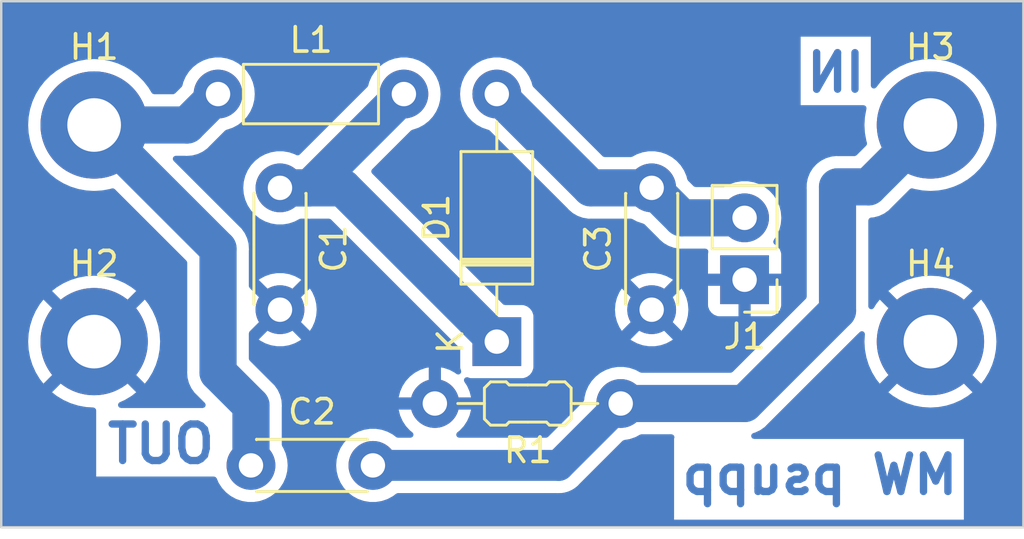
<source format=kicad_pcb>
(kicad_pcb (version 20221018) (generator pcbnew)
  (layers (0 "F.Cu" signal) (31 "B.Cu" signal) (34 "B.Paste" user) (35 "F.Paste" user) (36 "B.SilkS" user "B.Silkscreen") (37 "F.SilkS" user "F.Silkscreen") (38 "B.Mask" user) (39 "F.Mask" user) (44 "Edge.Cuts" user))
  (net 0 "")
  (net 1 "Net-(D1-K)")
  (net 2 "GND")
  (net 3 "Net-(C2-Pad1)")
  (net 4 "Net-(C2-Pad2)")
  (net 5 "Net-(D1-A)")
  (footprint "MountingHole:MountingHole_2.2mm_M2_Pad" (layer "F.Cu") (at 179.07 104.14)
    (fp_text reference "H4" (at 0 -3.2) (layer "F.SilkS"))
    (fp_text value "MountingHole_Pad" hide)
    (pad "1" thru_hole circle (at 0 0) (size 4.4 4.4) (drill 2.2) (layers "*.Cu" "*.Mask") (net 2 "GND"))
  )
  (footprint "Connector_PinHeader_2.54mm:PinHeader_1x02_P2.54mm_Vertical" (layer "F.Cu") (at 171.45 101.6 180)
    (fp_text reference "J1" (at 0 -2.33) (layer "F.SilkS"))
    (fp_text value "ALIM")
    (fp_line (start -1.33 -1.33) (end 0 -1.33) (stroke (width 0.12)) (layer "F.SilkS"))
    (fp_line (start -1.33 0) (end -1.33 -1.33) (stroke (width 0.12)) (layer "F.SilkS"))
    (fp_line (start -1.33 1.27) (end -1.33 3.87) (stroke (width 0.12)) (layer "F.SilkS"))
    (fp_line (start -1.33 1.27) (end 1.33 1.27) (stroke (width 0.12)) (layer "F.SilkS"))
    (fp_line (start -1.33 3.87) (end 1.33 3.87) (stroke (width 0.12)) (layer "F.SilkS"))
    (fp_line (start 1.33 1.27) (end 1.33 3.87) (stroke (width 0.12)) (layer "F.SilkS"))
    (pad "1" thru_hole rect (at 0 0 180) (size 2 2) (drill 1) (layers "*.Cu" "*.Mask") (net 2 "GND"))
    (pad "2" thru_hole oval (at 0 2.54 180) (size 2 2) (drill 1) (layers "*.Cu" "*.Mask") (net 5 "Net-(D1-A)"))
  )
  (footprint "PCM_Resistor_THT_AKL:R_Axial_DIN0204_L3.6mm_D1.6mm_P7.62mm_Horizontal" (layer "F.Cu") (at 166.37 106.68 180)
    (fp_text reference "R1" (at 3.81 -1.92) (layer "F.SilkS"))
    (fp_text value "2.2k" hide)
    (fp_line (start 0.94 0) (end 1.89 0) (stroke (width 0.12)) (layer "F.SilkS"))
    (fp_line (start 1.89 0) (end 2.032 0) (stroke (width 0.12)) (layer "F.SilkS"))
    (fp_line (start 2.032 -0.635) (end 2.286 -0.889) (stroke (width 0.12)) (layer "F.SilkS"))
    (fp_line (start 2.032 0.635) (end 2.032 -0.635) (stroke (width 0.12)) (layer "F.SilkS"))
    (fp_line (start 2.032 0.635) (end 2.286 0.889) (stroke (width 0.12)) (layer "F.SilkS"))
    (fp_line (start 2.286 -0.889) (end 2.921 -0.889) (stroke (width 0.12)) (layer "F.SilkS"))
    (fp_line (start 2.286 0.889) (end 2.921 0.889) (stroke (width 0.12)) (layer "F.SilkS"))
    (fp_line (start 2.921 -0.889) (end 3.048 -0.762) (stroke (width 0.12)) (layer "F.SilkS"))
    (fp_line (start 2.921 0.889) (end 3.048 0.762) (stroke (width 0.12)) (layer "F.SilkS"))
    (fp_line (start 3.048 -0.762) (end 3.81 -0.762) (stroke (width 0.12)) (layer "F.SilkS"))
    (fp_line (start 3.048 0.762) (end 3.81 0.762) (stroke (width 0.12)) (layer "F.SilkS"))
    (fp_line (start 4.572 -0.762) (end 3.81 -0.762) (stroke (width 0.12)) (layer "F.SilkS"))
    (fp_line (start 4.572 0.762) (end 3.81 0.762) (stroke (width 0.12)) (layer "F.SilkS"))
    (fp_line (start 4.699 -0.889) (end 4.572 -0.762) (stroke (width 0.12)) (layer "F.SilkS"))
    (fp_line (start 4.699 0.889) (end 4.572 0.762) (stroke (width 0.12)) (layer "F.SilkS"))
    (fp_line (start 5.334 -0.889) (end 4.699 -0.889) (stroke (width 0.12)) (layer "F.SilkS"))
    (fp_line (start 5.334 0.889) (end 4.699 0.889) (stroke (width 0.12)) (layer "F.SilkS"))
    (fp_line (start 5.588 -0.635) (end 5.334 -0.889) (stroke (width 0.12)) (layer "F.SilkS"))
    (fp_line (start 5.588 -0.635) (end 5.588 0.635) (stroke (width 0.12)) (layer "F.SilkS"))
    (fp_line (start 5.588 0.635) (end 5.334 0.889) (stroke (width 0.12)) (layer "F.SilkS"))
    (fp_line (start 5.715 0) (end 5.588 0) (stroke (width 0.12)) (layer "F.SilkS"))
    (fp_line (start 6.68 0) (end 5.73 0) (stroke (width 0.12)) (layer "F.SilkS"))
    (pad "1" thru_hole circle (at 0 0 180) (size 2 2) (drill 1) (layers "*.Cu" "*.Mask") (net 4 "Net-(C2-Pad2)"))
    (pad "2" thru_hole oval (at 7.62 0 180) (size 2 2) (drill 1) (layers "*.Cu" "*.Mask") (net 2 "GND"))
  )
  (footprint "Capacitor_THT:C_Disc_D4.3mm_W1.9mm_P5.00mm" (layer "F.Cu") (at 151.21 109.22)
    (fp_text reference "C2" (at 2.5 -2.2) (layer "F.SilkS"))
    (fp_text value "470n")
    (fp_line (start 0.23 -1.07) (end 0.23 -1.055) (stroke (width 0.12)) (layer "F.SilkS"))
    (fp_line (start 0.23 -1.07) (end 4.77 -1.07) (stroke (width 0.12)) (layer "F.SilkS"))
    (fp_line (start 0.23 1.055) (end 0.23 1.07) (stroke (width 0.12)) (layer "F.SilkS"))
    (fp_line (start 0.23 1.07) (end 4.77 1.07) (stroke (width 0.12)) (layer "F.SilkS"))
    (fp_line (start 4.77 -1.07) (end 4.77 -1.055) (stroke (width 0.12)) (layer "F.SilkS"))
    (fp_line (start 4.77 1.055) (end 4.77 1.07) (stroke (width 0.12)) (layer "F.SilkS"))
    (pad "1" thru_hole circle (at 0 0) (size 2 2) (drill 1) (layers "*.Cu" "*.Mask") (net 3 "Net-(C2-Pad1)"))
    (pad "2" thru_hole circle (at 5 0) (size 2 2) (drill 1) (layers "*.Cu" "*.Mask") (net 4 "Net-(C2-Pad2)"))
  )
  (footprint "Inductor_THT:L_Axial_L5.3mm_D2.2mm_P7.62mm_Horizontal_Vishay_IM-1" (layer "F.Cu") (at 149.86 93.98)
    (fp_text reference "L1" (at 3.81 -2.22) (layer "F.SilkS"))
    (fp_text value "470uH")
    (fp_line (start 1.04 -1.22) (end 1.04 1.22) (stroke (width 0.12)) (layer "F.SilkS"))
    (fp_line (start 1.04 1.22) (end 6.58 1.22) (stroke (width 0.12)) (layer "F.SilkS"))
    (fp_line (start 6.58 -1.22) (end 1.04 -1.22) (stroke (width 0.12)) (layer "F.SilkS"))
    (fp_line (start 6.58 1.22) (end 6.58 -1.22) (stroke (width 0.12)) (layer "F.SilkS"))
    (pad "1" thru_hole circle (at 0 0) (size 2 2) (drill 1) (layers "*.Cu" "*.Mask") (net 3 "Net-(C2-Pad1)"))
    (pad "2" thru_hole oval (at 7.62 0) (size 2 2) (drill 1) (layers "*.Cu" "*.Mask") (net 1 "Net-(D1-K)"))
  )
  (footprint "MountingHole:MountingHole_2.2mm_M2_Pad" (layer "F.Cu") (at 179.07 95.25)
    (fp_text reference "H3" (at 0 -3.2) (layer "F.SilkS"))
    (fp_text value "RF OUT")
    (pad "1" thru_hole circle (at 0 0) (size 4.4 4.4) (drill 2.2) (layers "*.Cu" "*.Mask") (net 4 "Net-(C2-Pad2)"))
  )
  (footprint "Capacitor_THT:C_Disc_D4.3mm_W1.9mm_P5.00mm" (layer "F.Cu") (at 152.4 97.83 -90)
    (fp_text reference "C1" (at 2.5 -2.2 90) (layer "F.SilkS"))
    (fp_text value "470n")
    (fp_line (start 0.23 -1.07) (end 0.23 -1.055) (stroke (width 0.12)) (layer "F.SilkS"))
    (fp_line (start 0.23 -1.07) (end 4.77 -1.07) (stroke (width 0.12)) (layer "F.SilkS"))
    (fp_line (start 0.23 1.055) (end 0.23 1.07) (stroke (width 0.12)) (layer "F.SilkS"))
    (fp_line (start 0.23 1.07) (end 4.77 1.07) (stroke (width 0.12)) (layer "F.SilkS"))
    (fp_line (start 4.77 -1.07) (end 4.77 -1.055) (stroke (width 0.12)) (layer "F.SilkS"))
    (fp_line (start 4.77 1.055) (end 4.77 1.07) (stroke (width 0.12)) (layer "F.SilkS"))
    (pad "1" thru_hole circle (at 0 0 270) (size 2 2) (drill 1) (layers "*.Cu" "*.Mask") (net 1 "Net-(D1-K)"))
    (pad "2" thru_hole circle (at 5 0 270) (size 2 2) (drill 1) (layers "*.Cu" "*.Mask") (net 2 "GND"))
  )
  (footprint "Diode_THT:D_A-405_P10.16mm_Horizontal" (layer "F.Cu") (at 161.29 104.14 90)
    (fp_text reference "D1" (at 5.08 -2.47 90) (layer "F.SilkS"))
    (fp_text value "1N4007")
    (fp_text user "K" (at 0 -1.9 90) (layer "F.SilkS"))
    (fp_line (start 1.14 0) (end 2.36 0) (stroke (width 0.12)) (layer "F.SilkS"))
    (fp_line (start 2.36 -1.47) (end 2.36 1.47) (stroke (width 0.12)) (layer "F.SilkS"))
    (fp_line (start 2.36 1.47) (end 7.8 1.47) (stroke (width 0.12)) (layer "F.SilkS"))
    (fp_line (start 3.14 -1.47) (end 3.14 1.47) (stroke (width 0.12)) (layer "F.SilkS"))
    (fp_line (start 3.26 -1.47) (end 3.26 1.47) (stroke (width 0.12)) (layer "F.SilkS"))
    (fp_line (start 3.38 -1.47) (end 3.38 1.47) (stroke (width 0.12)) (layer "F.SilkS"))
    (fp_line (start 7.8 -1.47) (end 2.36 -1.47) (stroke (width 0.12)) (layer "F.SilkS"))
    (fp_line (start 7.8 1.47) (end 7.8 -1.47) (stroke (width 0.12)) (layer "F.SilkS"))
    (fp_line (start 9.02 0) (end 7.8 0) (stroke (width 0.12)) (layer "F.SilkS"))
    (pad "1" thru_hole rect (at 0 0 90) (size 2 2) (drill 1) (layers "*.Cu" "*.Mask") (net 1 "Net-(D1-K)"))
    (pad "2" thru_hole oval (at 10.16 0 90) (size 2 2) (drill 1) (layers "*.Cu" "*.Mask") (net 5 "Net-(D1-A)"))
  )
  (footprint "MountingHole:MountingHole_2.2mm_M2_Pad" (layer "F.Cu") (at 144.78 104.14)
    (fp_text reference "H2" (at 0 -3.2) (layer "F.SilkS"))
    (fp_text value "MountingHole_Pad" hide)
    (pad "1" thru_hole circle (at 0 0) (size 4.4 4.4) (drill 2.2) (layers "*.Cu" "*.Mask") (net 2 "GND"))
  )
  (footprint "MountingHole:MountingHole_2.2mm_M2_Pad" (layer "F.Cu") (at 144.78 95.25)
    (fp_text reference "H1" (at 0 -3.2) (layer "F.SilkS"))
    (fp_text value "RF IN")
    (pad "1" thru_hole circle (at 0 0) (size 4.4 4.4) (drill 2.2) (layers "*.Cu" "*.Mask") (net 3 "Net-(C2-Pad1)"))
  )
  (footprint "Capacitor_THT:C_Disc_D4.3mm_W1.9mm_P5.00mm" (layer "F.Cu") (at 167.64 102.83 90)
    (fp_text reference "C3" (at 2.5 -2.2 90) (layer "F.SilkS"))
    (fp_text value "470n")
    (fp_line (start 0.23 -1.07) (end 0.23 -1.055) (stroke (width 0.12)) (layer "F.SilkS"))
    (fp_line (start 0.23 -1.07) (end 4.77 -1.07) (stroke (width 0.12)) (layer "F.SilkS"))
    (fp_line (start 0.23 1.055) (end 0.23 1.07) (stroke (width 0.12)) (layer "F.SilkS"))
    (fp_line (start 0.23 1.07) (end 4.77 1.07) (stroke (width 0.12)) (layer "F.SilkS"))
    (fp_line (start 4.77 -1.07) (end 4.77 -1.055) (stroke (width 0.12)) (layer "F.SilkS"))
    (fp_line (start 4.77 1.055) (end 4.77 1.07) (stroke (width 0.12)) (layer "F.SilkS"))
    (pad "1" thru_hole circle (at 0 0 90) (size 2 2) (drill 1) (layers "*.Cu" "*.Mask") (net 2 "GND"))
    (pad "2" thru_hole circle (at 5 0 90) (size 2 2) (drill 1) (layers "*.Cu" "*.Mask") (net 5 "Net-(D1-A)"))
  )
  (gr_rect (start 140.97 90.17) (end 182.88 111.76) (stroke (width 0.1)) (fill none) (layer "Edge.Cuts"))
  (gr_text "MW psupp" (at 180.34 110.49) (layer "B.Cu") (effects (font (size 1.5 1.5) (thickness 0.3) bold) (justify left bottom mirror)))
  (gr_text "IN" (at 176.53 93.98) (layer "B.Cu") (effects (font (size 1.5 1.5) (thickness 0.3) bold) (justify left bottom mirror)))
  (gr_text "OUT" (at 149.86 109.22) (layer "B.Cu") (effects (font (size 1.5 1.5) (thickness 0.3) bold) (justify left bottom mirror)))
  (segment (start 154.98 97.83) (end 161.29 104.14) (width 1.524) (layer "B.Cu") (net 1))
  (segment (start 153.63 97.83) (end 157.48 93.98) (width 1.524) (layer "B.Cu") (net 1))
  (segment (start 152.4 97.83) (end 153.63 97.83) (width 1.524) (layer "B.Cu") (net 1))
  (segment (start 152.4 97.83) (end 154.98 97.83) (width 1.524) (layer "B.Cu") (net 1))
  (segment (start 144.78 95.25) (end 148.59 95.25) (width 1.524) (layer "B.Cu") (net 3))
  (segment (start 148.59 95.25) (end 149.86 93.98) (width 1.524) (layer "B.Cu") (net 3))
  (segment (start 149.86 100.33) (end 149.86 105.41) (width 1.524) (layer "B.Cu") (net 3))
  (segment (start 144.78 95.25) (end 149.86 100.33) (width 1.524) (layer "B.Cu") (net 3))
  (segment (start 149.86 105.41) (end 151.21 106.76) (width 1.524) (layer "B.Cu") (net 3))
  (segment (start 151.21 106.76) (end 151.21 109.22) (width 1.524) (layer "B.Cu") (net 3))
  (segment (start 171.45 106.68) (end 175.26 102.87) (width 1.524) (layer "B.Cu") (net 4))
  (segment (start 171.45 106.68) (end 166.37 106.68) (width 1.524) (layer "B.Cu") (net 4))
  (segment (start 176.53 97.79) (end 179.07 95.25) (width 1.524) (layer "B.Cu") (net 4))
  (segment (start 175.26 97.79) (end 176.53 97.79) (width 1.524) (layer "B.Cu") (net 4))
  (segment (start 156.21 109.22) (end 163.83 109.22) (width 1.27) (layer "B.Cu") (net 4))
  (segment (start 163.83 109.22) (end 166.37 106.68) (width 1.27) (layer "B.Cu") (net 4))
  (segment (start 175.26 102.87) (end 175.26 97.79) (width 1.524) (layer "B.Cu") (net 4))
  (segment (start 167.64 97.83) (end 165.14 97.83) (width 1.524) (layer "B.Cu") (net 5))
  (segment (start 168.87 99.06) (end 167.64 97.83) (width 1.524) (layer "B.Cu") (net 5))
  (segment (start 165.14 97.83) (end 161.29 93.98) (width 1.524) (layer "B.Cu") (net 5))
  (segment (start 171.45 99.06) (end 168.87 99.06) (width 1.524) (layer "B.Cu") (net 5))
  (zone (net 2) (net_name "GND") (layer "B.Cu") (connect_pads (clearance 0.5)) (min_thickness 0.25) (fill yes (thermal_gap 0.5) (thermal_bridge_width 0.5))
    (polygon (pts (xy 140.97 90.17) (xy 182.88 90.17) (xy 182.88 111.76) (xy 140.97 111.76)))
  )
)
</source>
